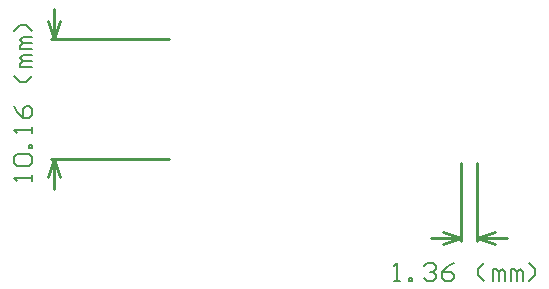
<source format=gm1>
G04 Layer_Color=16711935*
%FSTAX24Y24*%
%MOIN*%
G70*
G01*
G75*
%ADD42C,0.0100*%
%ADD69C,0.0060*%
D42*
X030119Y0272D02*
Y029791D01*
X029581Y0272D02*
Y029791D01*
X028581Y0273D02*
X029581D01*
X030119D02*
X031119D01*
X028981Y0275D02*
X029581Y0273D01*
X028981Y0271D02*
X029581Y0273D01*
X030119D02*
X030719Y0271D01*
X030119Y0273D02*
X030719Y0275D01*
X0159Y03395D02*
X019841D01*
X0159Y02995D02*
X019841D01*
X016Y02895D02*
Y02995D01*
Y03395D02*
Y03495D01*
X0158Y02935D02*
X016Y02995D01*
X0162Y02935D01*
X016Y03395D02*
X0162Y03455D01*
X0158D02*
X016Y03395D01*
D69*
X027341Y02586D02*
X027541D01*
X027441D01*
Y02646D01*
X027341Y02636D01*
X027841Y02586D02*
Y02596D01*
X027941D01*
Y02586D01*
X027841D01*
X02834Y02636D02*
X02844Y02646D01*
X02864D01*
X02874Y02636D01*
Y02626D01*
X02864Y02616D01*
X02854D01*
X02864D01*
X02874Y02606D01*
Y02596D01*
X02864Y02586D01*
X02844D01*
X02834Y02596D01*
X02934Y02646D02*
X02914Y02636D01*
X02894Y02616D01*
Y02596D01*
X02904Y02586D01*
X02924D01*
X02934Y02596D01*
Y02606D01*
X02924Y02616D01*
X02894D01*
X03034Y02586D02*
X03014Y02606D01*
Y02626D01*
X03034Y02646D01*
X03064Y02586D02*
Y02626D01*
X03074D01*
X03084Y02616D01*
Y02586D01*
Y02616D01*
X03094Y02626D01*
X03104Y02616D01*
Y02586D01*
X03124D02*
Y02626D01*
X031339D01*
X031439Y02616D01*
Y02586D01*
Y02616D01*
X031539Y02626D01*
X031639Y02616D01*
Y02586D01*
X031839D02*
X032039Y02606D01*
Y02626D01*
X031839Y02646D01*
X01528Y029191D02*
Y029391D01*
Y029291D01*
X01468D01*
X01478Y029191D01*
Y029691D02*
X01468Y029791D01*
Y029991D01*
X01478Y030091D01*
X01518D01*
X01528Y029991D01*
Y029791D01*
X01518Y029691D01*
X01478D01*
X01528Y03029D02*
X01518D01*
Y03039D01*
X01528D01*
Y03029D01*
Y03079D02*
Y03099D01*
Y03089D01*
X01468D01*
X01478Y03079D01*
X01468Y03169D02*
X01478Y03149D01*
X01498Y03129D01*
X01518D01*
X01528Y03139D01*
Y03159D01*
X01518Y03169D01*
X01508D01*
X01498Y03159D01*
Y03129D01*
X01528Y03269D02*
X01508Y03249D01*
X01488D01*
X01468Y03269D01*
X01528Y03299D02*
X01488D01*
Y03309D01*
X01498Y03319D01*
X01528D01*
X01498D01*
X01488Y03329D01*
X01498Y033389D01*
X01528D01*
Y033589D02*
X01488D01*
Y033689D01*
X01498Y033789D01*
X01528D01*
X01498D01*
X01488Y033889D01*
X01498Y033989D01*
X01528D01*
Y034189D02*
X01508Y034389D01*
X01488D01*
X01468Y034189D01*
M02*

</source>
